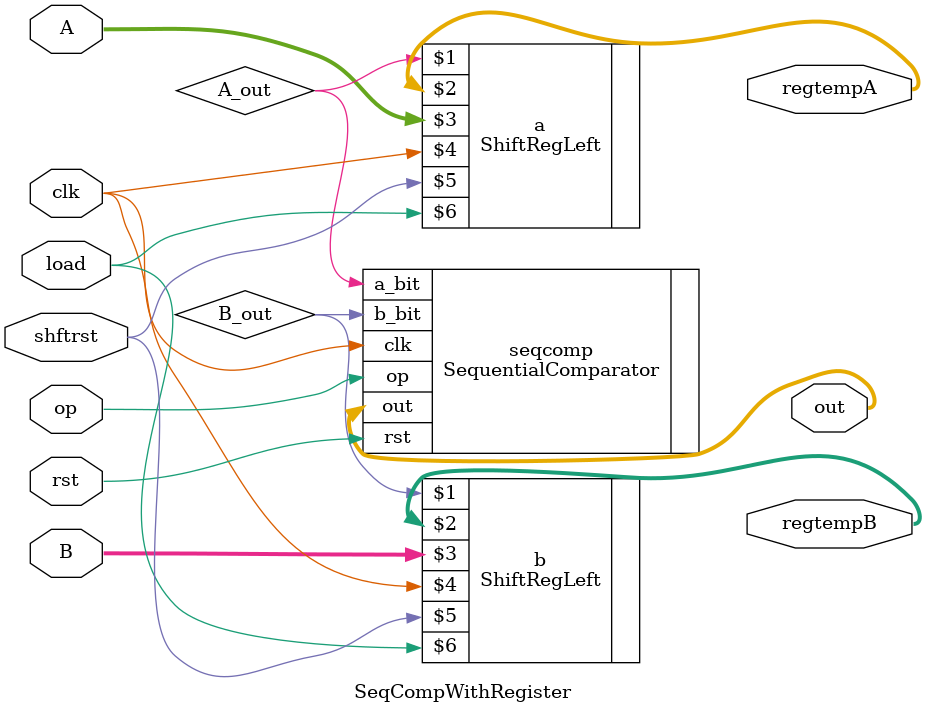
<source format=v>
`timescale 1ns / 1ps

module SeqCompWithRegister(A, B, out, clk, rst, shftrst, op, load, regtempA, regtempB);
	input clk, load, rst, op, shftrst;
	input [31:0] A, B;
	output [31:0] regtempA, regtempB;
	output [2:0] out;
	
	// Serial Output wires from Shift Registers
	wire A_out, B_out;
	
	// Shift Registers for A and B
	ShiftRegLeft a(A_out, regtempA, A, clk, shftrst, load);
	ShiftRegLeft b(B_out, regtempB, B, clk, shftrst, load);

	// FSM SequentialComparator 
	SequentialComparator seqcomp (
		.a_bit(A_out), 
		.b_bit(B_out), 
		.op(op),
		.out(out), 
		.clk(clk), 
		.rst(rst)
	);

endmodule

</source>
